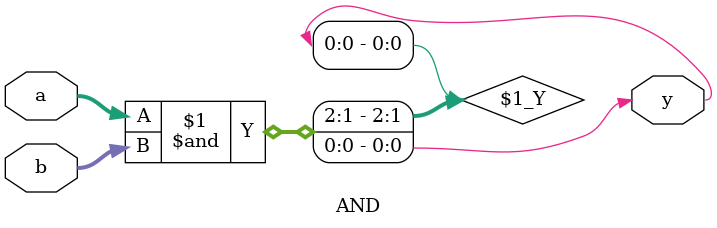
<source format=v>
/* Generated by Yosys 0.7+627 (git sha1 e275692e, clang 5.0.2 -fPIC -Os) */

module AND(a, b, y);
  input [1:0] a;
  input [2:0] b;
  output y;
  assign y = a & b;
endmodule

</source>
